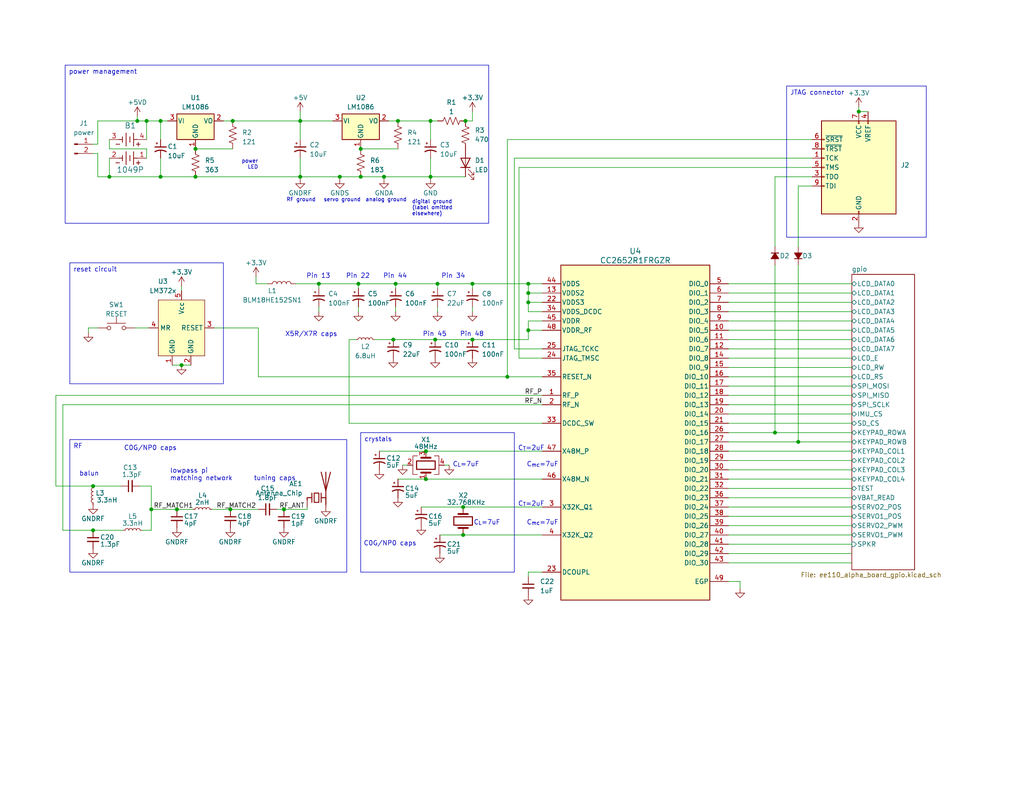
<source format=kicad_sch>
(kicad_sch (version 20231120) (generator "eeschema") (generator_version "8.0")
  (paper "A")
  (title_block (title "EE 110 Alpha Board") (date "2024-02-05") (rev "0.1") (company "Adam Krivka"))
  (lib_symbols
    (symbol "CC26X2R:CC2652R1FRGZR" (pin_names (offset 0.254))
      (property "Reference" "U7" (at 0 49.53 0))
      (property "Value" "CC2652R1FRGZR" (at 0 46.99 0))
      (symbol "CC2652R1FRGZR_0_1"
        (pin bidirectional line (at -25.4 10.16 0) (length 5.08) (name "RF_P") (number "1"))
        (pin bidirectional line (at 25.4 27.94 180) (length 5.08) (name "DIO_5") (number "10"))
        (pin bidirectional line (at 25.4 25.4 180) (length 5.08) (name "DIO_6") (number "11"))
        (pin bidirectional line (at 25.4 22.86 180) (length 5.08) (name "DIO_7") (number "12"))
        (pin power_in line (at -25.4 38.1 0) (length 5.08) (name "VDDS2") (number "13"))
        (pin bidirectional line (at 25.4 20.32 180) (length 5.08) (name "DIO_8") (number "14"))
        (pin bidirectional line (at 25.4 17.78 180) (length 5.08) (name "DIO_9") (number "15"))
        (pin bidirectional line (at 25.4 15.24 180) (length 5.08) (name "DIO_10") (number "16"))
        (pin bidirectional line (at 25.4 12.7 180) (length 5.08) (name "DIO_11") (number "17"))
        (pin bidirectional line (at 25.4 10.16 180) (length 5.08) (name "DIO_12") (number "18"))
        (pin bidirectional line (at 25.4 7.62 180) (length 5.08) (name "DIO_13") (number "19"))
        (pin bidirectional line (at -25.4 7.62 0) (length 5.08) (name "RF_N") (number "2"))
        (pin bidirectional line (at 25.4 5.08 180) (length 5.08) (name "DIO_14") (number "20"))
        (pin bidirectional line (at 25.4 2.54 180) (length 5.08) (name "DIO_15") (number "21"))
        (pin power_in line (at -25.4 35.56 0) (length 5.08) (name "VDDS3") (number "22"))
        (pin unspecified line (at -25.4 -38.1 0) (length 5.08) (name "DCOUPL") (number "23"))
        (pin bidirectional line (at -25.4 20.32 0) (length 5.08) (name "JTAG_TMSC") (number "24"))
        (pin bidirectional line (at -25.4 22.86 0) (length 5.08) (name "JTAG_TCKC") (number "25"))
        (pin bidirectional line (at 25.4 0 180) (length 5.08) (name "DIO_16") (number "26"))
        (pin bidirectional line (at 25.4 -2.54 180) (length 5.08) (name "DIO_17") (number "27"))
        (pin bidirectional line (at 25.4 -5.08 180) (length 5.08) (name "DIO_18") (number "28"))
        (pin bidirectional line (at 25.4 -7.62 180) (length 5.08) (name "DIO_19") (number "29"))
        (pin bidirectional line (at -25.4 -20.32 0) (length 5.08) (name "X32K_Q1") (number "3"))
        (pin bidirectional line (at 25.4 -10.16 180) (length 5.08) (name "DIO_20") (number "30"))
        (pin bidirectional line (at 25.4 -12.7 180) (length 5.08) (name "DIO_21") (number "31"))
        (pin bidirectional line (at 25.4 -15.24 180) (length 5.08) (name "DIO_22") (number "32"))
        (pin power_in line (at -25.4 2.54 0) (length 5.08) (name "DCDC_SW") (number "33"))
        (pin power_in line (at -25.4 33.02 0) (length 5.08) (name "VDDS_DCDC") (number "34"))
        (pin input line (at -25.4 15.24 0) (length 5.08) (name "RESET_N") (number "35"))
        (pin bidirectional line (at 25.4 -17.78 180) (length 5.08) (name "DIO_23") (number "36"))
        (pin bidirectional line (at 25.4 -20.32 180) (length 5.08) (name "DIO_24") (number "37"))
        (pin bidirectional line (at 25.4 -22.86 180) (length 5.08) (name "DIO_25") (number "38"))
        (pin bidirectional line (at 25.4 -25.4 180) (length 5.08) (name "DIO_26") (number "39"))
        (pin bidirectional line (at -25.4 -27.94 0) (length 5.08) (name "X32K_Q2") (number "4"))
        (pin bidirectional line (at 25.4 -27.94 180) (length 5.08) (name "DIO_27") (number "40"))
        (pin bidirectional line (at 25.4 -30.48 180) (length 5.08) (name "DIO_28") (number "41"))
        (pin bidirectional line (at 25.4 -33.02 180) (length 5.08) (name "DIO_29") (number "42"))
        (pin bidirectional line (at 25.4 -35.56 180) (length 5.08) (name "DIO_30") (number "43"))
        (pin power_in line (at -25.4 40.64 0) (length 5.08) (name "VDDS") (number "44"))
        (pin power_in line (at -25.4 30.48 0) (length 5.08) (name "VDDR") (number "45"))
        (pin bidirectional line (at -25.4 -12.7 0) (length 5.08) (name "X48M_N") (number "46"))
        (pin bidirectional line (at -25.4 -5.08 0) (length 5.08) (name "X48M_P") (number "47"))
        (pin power_in line (at -25.4 27.94 0) (length 5.08) (name "VDDR_RF") (number "48"))
        (pin power_in line (at 25.4 -40.64 180) (length 5.08) (name "EGP") (number "49"))
        (pin bidirectional line (at 25.4 40.64 180) (length 5.08) (name "DIO_0") (number "5"))
        (pin bidirectional line (at 25.4 38.1 180) (length 5.08) (name "DIO_1") (number "6"))
        (pin bidirectional line (at 25.4 35.56 180) (length 5.08) (name "DIO_2") (number "7"))
        (pin bidirectional line (at 25.4 33.02 180) (length 5.08) (name "DIO_3") (number "8"))
        (pin bidirectional line (at 25.4 30.48 180) (length 5.08) (name "DIO_4") (number "9"))
      )
    )
    (symbol "Connector:AVR-JTAG-10" (pin_names (offset 1.016))
      (property "Reference" "J" (at -8.89 13.97 0))
      (property "Value" "AVR-JTAG-10" (at 1.27 13.97 0))
      (symbol "AVR-JTAG-10_1_1"
        (pin passive line (at 12.7 2.54 180) (length 2.54) (name "TCK") (number "1"))
        (pin passive line (at 0 -15.24 90) (length 2.54) hide (name "GND") (number "10"))
        (pin passive line (at 0 -15.24 90) (length 2.54) (name "GND") (number "2"))
        (pin passive line (at 12.7 -2.54 180) (length 2.54) (name "TDO") (number "3"))
        (pin passive line (at -2.54 15.24 270) (length 2.54) (name "VREF") (number "4"))
        (pin passive line (at 12.7 0 180) (length 2.54) (name "TMS") (number "5"))
        (pin passive line (at 12.7 7.62 180) (length 2.54) (name "~{SRST}") (number "6"))
        (pin passive line (at 0 15.24 270) (length 2.54) (name "VCC") (number "7"))
        (pin passive line (at 12.7 5.08 180) (length 2.54) (name "~{TRST}") (number "8"))
        (pin passive line (at 12.7 -5.08 180) (length 2.54) (name "TDI") (number "9"))
      )
    )
    (symbol "Connector:Conn_01x02_Pin" (pin_names (offset 1.016) hide)
      (property "Reference" "J" (at 0 2.54 0))
      (property "Value" "Conn_01x02_Pin" (at 0 -5.08 0))
      (symbol "Conn_01x02_Pin_1_1"
        (pin passive line (at 5.08 0 180) (length 3.81) (name "Pin_1") (number "1"))
        (pin passive line (at 5.08 -2.54 180) (length 3.81) (name "Pin_2") (number "2"))
      )
    )
    (symbol "Device:Antenna_Chip" (pin_numbers hide) (pin_names (offset 1.016) hide)
      (property "Reference" "AE" (at 0 5.08 0))
      (property "Value" "Antenna_Chip" (at 0 3.175 0))
      (symbol "Antenna_Chip_1_1"
        (pin input line (at -2.54 -2.54 90) (length 2.54) (name "FEED") (number "1"))
        (pin passive line (at 2.54 -2.54 90) (length 2.54) (name "PCB_Trace") (number "2"))
      )
    )
    (symbol "Device:C_Polarized_Small_US" (pin_numbers hide) (pin_names (offset 0.254) hide)
      (property "Reference" "C" (at 0.254 1.778 0))
      (property "Value" "C_Polarized_Small_US" (at 0.254 -2.032 0))
      (symbol "C_Polarized_Small_US_1_1"
        (pin passive line (at 0 2.54 270) (length 2.032) (name "~") (number "1"))
        (pin passive line (at 0 -2.54 90) (length 2.032) (name "~") (number "2"))
      )
    )
    (symbol "Device:C_Small" (pin_numbers hide) (pin_names (offset 0.254) hide)
      (property "Reference" "C" (at 0.254 1.778 0))
      (property "Value" "C_Small" (at 0.254 -2.032 0))
      (symbol "C_Small_1_1"
        (pin passive line (at 0 2.54 270) (length 2.032) (name "~") (number "1"))
        (pin passive line (at 0 -2.54 90) (length 2.032) (name "~") (number "2"))
      )
    )
    (symbol "Device:Crystal" (pin_numbers hide) (pin_names (offset 1.016) hide)
      (property "Reference" "Y" (at 0 3.81 0))
      (property "Value" "Crystal" (at 0 -3.81 0))
      (symbol "Crystal_1_1"
        (pin passive line (at -3.81 0 0) (length 1.27) (name "1") (number "1"))
        (pin passive line (at 3.81 0 180) (length 1.27) (name "2") (number "2"))
      )
    )
    (symbol "Device:Crystal_GND24" (pin_names (offset 1.016) hide)
      (property "Reference" "Y" (at 3.175 5.08 0))
      (property "Value" "Crystal_GND24" (at 3.175 3.175 0))
      (symbol "Crystal_GND24_1_1"
        (pin passive line (at -3.81 0 0) (length 1.27) (name "1") (number "1"))
        (pin passive line (at 0 5.08 270) (length 1.27) (name "2") (number "2"))
        (pin passive line (at 3.81 0 180) (length 1.27) (name "3") (number "3"))
        (pin passive line (at 0 -5.08 90) (length 1.27) (name "4") (number "4"))
      )
    )
    (symbol "Device:D_Small_Filled" (pin_numbers hide) (pin_names (offset 0.254) hide)
      (property "Reference" "D" (at -1.27 2.032 0))
      (property "Value" "D_Small_Filled" (at -3.81 -2.032 0))
      (symbol "D_Small_Filled_1_1"
        (pin passive line (at -2.54 0 0) (length 1.778) (name "K") (number "1"))
        (pin passive line (at 2.54 0 180) (length 1.778) (name "A") (number "2"))
      )
    )
    (symbol "Device:L" (pin_numbers hide) (pin_names (offset 1.016) hide)
      (property "Reference" "L" (at -1.27 0 90))
      (property "Value" "L" (at 1.905 0 90))
      (symbol "L_1_1"
        (pin passive line (at 0 3.81 270) (length 1.27) (name "1") (number "1"))
        (pin passive line (at 0 -3.81 90) (length 1.27) (name "2") (number "2"))
      )
    )
    (symbol "Device:LED" (pin_numbers hide) (pin_names (offset 1.016) hide)
      (property "Reference" "D" (at 0 2.54 0))
      (property "Value" "LED" (at 0 -2.54 0))
      (symbol "LED_1_1"
        (pin passive line (at -3.81 0 0) (length 2.54) (name "K") (number "1"))
        (pin passive line (at 3.81 0 180) (length 2.54) (name "A") (number "2"))
      )
    )
    (symbol "Device:L_Small" (pin_numbers hide) (pin_names (offset 0.254) hide)
      (property "Reference" "L" (at 0.762 1.016 0))
      (property "Value" "L_Small" (at 0.762 -1.016 0))
      (symbol "L_Small_1_1"
        (pin passive line (at 0 2.54 270) (length 0.508) (name "~") (number "1"))
        (pin passive line (at 0 -2.54 90) (length 0.508) (name "~") (number "2"))
      )
    )
    (symbol "Device:R_US" (pin_numbers hide) (pin_names (offset 0))
      (property "Reference" "R" (at 2.54 0 90))
      (property "Value" "R_US" (at -2.54 0 90))
      (symbol "R_US_1_1"
        (pin passive line (at 0 3.81 270) (length 1.27) (name "~") (number "1"))
        (pin passive line (at 0 -3.81 90) (length 1.27) (name "~") (number "2"))
      )
    )
    (symbol "EE110_Battery:1049P" (pin_names (offset 0.254))
      (property "Reference" "B1" (at 4.445 -8.89 0))
      (property "Value" "1049P" (at 4.445 3.175 0))
      (symbol "1049P_1_1"
        (pin unspecified line (at 0 0 0) (length 2.54) (name "") (number "1"))
        (pin unspecified line (at 10.16 0 180) (length 2.54) (name "") (number "2"))
        (pin unspecified line (at 10.16 -5.08 180) (length 2.54) (name "") (number "3"))
        (pin unspecified line (at 0 -5.08 0) (length 2.54) (name "") (number "4"))
      )
    )
    (symbol "My_Library:LM372x"
      (property "Reference" "U2" (at -5.08 12.7 0))
      (property "Value" "LM372x" (at -5.08 10.16 0))
      (symbol "LM372x_1_1"
        (pin input line (at -2.54 -10.16 90) (length 2.54) (name "GND") (number "1"))
        (pin input line (at 2.54 -10.16 90) (length 2.54) (name "GND") (number "2"))
        (pin input line (at 8.89 0 180) (length 2.54) (name "RESET") (number "3"))
        (pin input line (at -8.89 0 0) (length 2.54) (name "MR") (number "4"))
        (pin input line (at 0 10.16 270) (length 2.54) (name "Vcc") (number "5"))
      )
    )
    (symbol "Regulator_Linear:LM1085-5.0" (pin_names (offset 0.254))
      (property "Reference" "U" (at -3.81 3.175 0))
      (property "Value" "LM1085-5.0" (at 0 3.175 0))
      (symbol "LM1085-5.0_1_1"
        (pin power_in line (at 0 -7.62 90) (length 2.54) (name "GND") (number "1"))
        (pin power_out line (at 7.62 0 180) (length 2.54) (name "VO") (number "2"))
        (pin power_in line (at -7.62 0 0) (length 2.54) (name "VI") (number "3"))
      )
    )
    (symbol "Switch:SW_Push" (pin_numbers hide) (pin_names (offset 1.016) hide)
      (property "Reference" "SW" (at 1.27 2.54 0))
      (property "Value" "SW_Push" (at 0 -1.524 0))
      (symbol "SW_Push_0_1"
        (pin passive line (at -5.08 0 0) (length 2.54) (name "1") (number "1"))
        (pin passive line (at 5.08 0 180) (length 2.54) (name "2") (number "2"))
      )
    )
    (symbol "power:+3.3V" (power) (pin_names (offset 0))
      (property "Value" "+3.3V" (at 0 3.556 0))
      (symbol "+3.3V_1_1"
        (pin power_in line (at 0 0 90) (length 0) hide (name "+3.3V") (number "1"))
      )
    )
    (symbol "power:+5V" (power) (pin_names (offset 0))
      (property "Value" "+5V" (at 0 3.556 0))
      (symbol "+5V_1_1"
        (pin power_in line (at 0 0 90) (length 0) hide (name "+5V") (number "1"))
      )
    )
    (symbol "power:+5VD" (power) (pin_names (offset 0))
      (property "Value" "+5VD" (at 0 3.556 0))
      (symbol "+5VD_1_1"
        (pin power_in line (at 0 0 90) (length 0) hide (name "+5VD") (number "1"))
      )
    )
    (symbol "power:GND" (power) (pin_names (offset 0))
      (property "Value" "GND" (at 0 -3.81 0))
      (symbol "GND_1_1"
        (pin power_in line (at 0 0 270) (length 0) hide (name "GND") (number "1"))
      )
    )
    (symbol "power:GND1" (power) (pin_names (offset 0))
      (property "Value" "GNDR" (at 0 -3.81 0))
      (symbol "GND1_1_1"
        (pin power_in line (at 0 0 270) (length 0) hide (name "GND1") (number "1"))
      )
    )
    (symbol "power:GNDA" (power) (pin_names (offset 0))
      (property "Value" "GNDA" (at 0 -3.81 0))
      (symbol "GNDA_1_1"
        (pin power_in line (at 0 0 270) (length 0) hide (name "GNDA") (number "1"))
      )
    )
    (symbol "power:GNDS" (power) (pin_names (offset 0))
      (property "Value" "GNDS" (at 0 -3.81 0))
      (symbol "GNDS_1_1"
        (pin power_in line (at 0 0 270) (length 0) hide (name "GNDS") (number "1"))
      )
    )
  )
  (junction (at 116.205 123.19))
  (junction (at 37.465 33.02))
  (junction (at 126.365 138.43))
  (junction (at 53.34 48.26))
  (junction (at 144.145 90.17))
  (junction (at 117.475 48.26))
  (junction (at 128.905 77.47))
  (junction (at 217.805 120.65))
  (junction (at 108.585 33.02))
  (junction (at 119.38 77.47))
  (junction (at 40.005 33.02))
  (junction (at 234.315 30.48))
  (junction (at 97.79 77.47))
  (junction (at 62.865 139.065))
  (junction (at 117.475 33.02))
  (junction (at 126.365 146.05))
  (junction (at 77.47 139.065))
  (junction (at 53.34 40.64))
  (junction (at 138.43 102.87))
  (junction (at 127 33.02))
  (junction (at 128.905 92.71))
  (junction (at 144.145 77.47))
  (junction (at 211.455 118.11))
  (junction (at 63.5 33.02))
  (junction (at 107.315 92.71))
  (junction (at 144.145 82.55))
  (junction (at 144.145 80.01))
  (junction (at 92.71 48.26))
  (junction (at 98.425 40.64))
  (junction (at 25.4 132.715))
  (junction (at 104.775 48.26))
  (junction (at 107.95 77.47))
  (junction (at 98.425 48.26))
  (junction (at 81.915 48.26))
  (junction (at 43.815 48.26))
  (junction (at 41.275 139.065))
  (junction (at 29.845 48.26))
  (junction (at 86.995 77.47))
  (junction (at 25.4 144.78))
  (junction (at 81.915 33.02))
  (junction (at 49.53 99.695))
  (junction (at 43.815 33.02))
  (junction (at 116.205 130.81))
  (junction (at 48.26 139.065))
  (junction (at 118.745 92.71))
  (wire (pts (xy 81.915 30.48) (xy 81.915 33.02)))
  (wire (pts (xy 26.67 41.91) (xy 26.67 48.26)))
  (wire (pts (xy 126.365 146.05) (xy 147.955 146.05)))
  (wire (pts (xy 25.4 144.78) (xy 33.655 144.78)))
  (wire (pts (xy 60.96 33.02) (xy 63.5 33.02)))
  (wire (pts (xy 106.045 33.02) (xy 108.585 33.02)))
  (wire (pts (xy 198.755 143.51) (xy 232.41 143.51)))
  (wire (pts (xy 107.95 77.47) (xy 107.95 78.74)))
  (wire (pts (xy 144.145 85.09) (xy 147.955 85.09)))
  (wire (pts (xy 198.755 115.57) (xy 232.41 115.57)))
  (wire (pts (xy 17.145 110.49) (xy 147.955 110.49)))
  (wire (pts (xy 144.145 82.55) (xy 147.955 82.55)))
  (wire (pts (xy 120.015 146.05) (xy 126.365 146.05)))
  (wire (pts (xy 102.235 92.71) (xy 107.315 92.71)))
  (wire (pts (xy 198.755 102.87) (xy 232.41 102.87)))
  (wire (pts (xy 198.755 95.25) (xy 232.41 95.25)))
  (wire (pts (xy 117.475 33.02) (xy 119.38 33.02)))
  (wire (pts (xy 198.755 135.89) (xy 232.41 135.89)))
  (wire (pts (xy 29.845 40.64) (xy 40.005 40.64)))
  (wire (pts (xy 86.995 83.82) (xy 86.995 85.09)))
  (wire (pts (xy 128.905 77.47) (xy 144.145 77.47)))
  (wire (pts (xy 144.145 77.47) (xy 147.955 77.47)))
  (wire (pts (xy 141.605 45.72) (xy 141.605 97.79)))
  (wire (pts (xy 198.755 133.35) (xy 232.41 133.35)))
  (wire (pts (xy 107.95 77.47) (xy 119.38 77.47)))
  (wire (pts (xy 97.79 77.47) (xy 97.79 78.74)))
  (wire (pts (xy 95.25 115.57) (xy 147.955 115.57)))
  (wire (pts (xy 40.005 33.02) (xy 40.005 38.1)))
  (wire (pts (xy 198.755 113.03) (xy 232.41 113.03)))
  (wire (pts (xy 119.38 77.47) (xy 119.38 78.74)))
  (wire (pts (xy 25.4 41.91) (xy 26.67 41.91)))
  (wire (pts (xy 103.505 123.19) (xy 116.205 123.19)))
  (wire (pts (xy 81.915 48.26) (xy 81.915 43.18)))
  (wire (pts (xy 118.745 92.71) (xy 128.905 92.71)))
  (wire (pts (xy 15.24 132.715) (xy 25.4 132.715)))
  (wire (pts (xy 86.995 77.47) (xy 86.995 78.74)))
  (wire (pts (xy 140.335 95.25) (xy 140.335 43.18)))
  (wire (pts (xy 41.275 139.065) (xy 48.26 139.065)))
  (wire (pts (xy 138.43 102.87) (xy 70.485 102.87)))
  (wire (pts (xy 41.275 139.065) (xy 41.275 132.715)))
  (wire (pts (xy 97.79 83.82) (xy 97.79 85.09)))
  (wire (pts (xy 234.315 30.48) (xy 236.855 30.48)))
  (wire (pts (xy 77.47 139.065) (xy 83.82 139.065)))
  (wire (pts (xy 119.38 77.47) (xy 128.905 77.47)))
  (wire (pts (xy 221.615 50.8) (xy 217.805 50.8)))
  (wire (pts (xy 70.485 89.535) (xy 58.42 89.535)))
  (wire (pts (xy 53.34 40.64) (xy 63.5 40.64)))
  (wire (pts (xy 121.285 127) (xy 122.555 127)))
  (wire (pts (xy 63.5 33.02) (xy 81.915 33.02)))
  (wire (pts (xy 25.4 132.715) (xy 33.02 132.715)))
  (wire (pts (xy 198.755 140.97) (xy 232.41 140.97)))
  (wire (pts (xy 62.865 139.065) (xy 70.485 139.065)))
  (wire (pts (xy 57.785 139.065) (xy 62.865 139.065)))
  (wire (pts (xy 26.67 89.535) (xy 24.13 89.535)))
  (wire (pts (xy 70.485 102.87) (xy 70.485 89.535)))
  (wire (pts (xy 198.755 92.71) (xy 232.41 92.71)))
  (wire (pts (xy 15.24 107.95) (xy 147.955 107.95)))
  (wire (pts (xy 221.615 38.1) (xy 138.43 38.1)))
  (wire (pts (xy 75.565 139.065) (xy 77.47 139.065)))
  (wire (pts (xy 37.465 33.02) (xy 40.005 33.02)))
  (wire (pts (xy 43.815 33.02) (xy 45.72 33.02)))
  (wire (pts (xy 43.815 43.18) (xy 43.815 48.26)))
  (wire (pts (xy 24.13 89.535) (xy 24.13 90.805)))
  (wire (pts (xy 198.755 82.55) (xy 232.41 82.55)))
  (wire (pts (xy 46.99 99.695) (xy 49.53 99.695)))
  (wire (pts (xy 217.805 120.65) (xy 217.805 72.39)))
  (wire (pts (xy 128.905 83.82) (xy 128.905 85.09)))
  (wire (pts (xy 198.755 105.41) (xy 232.41 105.41)))
  (wire (pts (xy 198.755 128.27) (xy 232.41 128.27)))
  (wire (pts (xy 198.755 138.43) (xy 232.41 138.43)))
  (wire (pts (xy 198.755 77.47) (xy 232.41 77.47)))
  (wire (pts (xy 217.805 120.65) (xy 232.41 120.65)))
  (wire (pts (xy 201.93 158.75) (xy 201.93 160.655)))
  (wire (pts (xy 144.145 156.21) (xy 144.145 157.48)))
  (wire (pts (xy 144.145 90.17) (xy 144.145 92.71)))
  (wire (pts (xy 144.145 80.01) (xy 144.145 77.47)))
  (wire (pts (xy 144.145 87.63) (xy 144.145 90.17)))
  (wire (pts (xy 80.645 77.47) (xy 86.995 77.47)))
  (wire (pts (xy 43.815 48.26) (xy 53.34 48.26)))
  (wire (pts (xy 86.995 77.47) (xy 97.79 77.47)))
  (wire (pts (xy 128.905 92.71) (xy 144.145 92.71)))
  (wire (pts (xy 119.38 83.82) (xy 119.38 85.09)))
  (wire (pts (xy 198.755 123.19) (xy 232.41 123.19)))
  (wire (pts (xy 81.915 48.26) (xy 81.915 48.895)))
  (wire (pts (xy 81.915 33.02) (xy 90.805 33.02)))
  (wire (pts (xy 26.67 48.26) (xy 29.845 48.26)))
  (wire (pts (xy 147.955 90.17) (xy 144.145 90.17)))
  (wire (pts (xy 26.67 39.37) (xy 26.67 33.02)))
  (wire (pts (xy 97.79 77.47) (xy 107.95 77.47)))
  (wire (pts (xy 107.315 92.71) (xy 118.745 92.71)))
  (wire (pts (xy 81.915 48.26) (xy 92.71 48.26)))
  (wire (pts (xy 95.25 92.71) (xy 95.25 115.57)))
  (wire (pts (xy 198.755 153.67) (xy 232.41 153.67)))
  (wire (pts (xy 211.455 118.11) (xy 232.41 118.11)))
  (wire (pts (xy 198.755 90.17) (xy 232.41 90.17)))
  (wire (pts (xy 117.475 38.1) (xy 117.475 33.02)))
  (wire (pts (xy 38.735 144.78) (xy 41.275 144.78)))
  (wire (pts (xy 144.145 80.01) (xy 147.955 80.01)))
  (wire (pts (xy 116.205 123.19) (xy 147.955 123.19)))
  (wire (pts (xy 198.755 80.01) (xy 232.41 80.01)))
  (wire (pts (xy 29.845 48.26) (xy 43.815 48.26)))
  (wire (pts (xy 198.755 85.09) (xy 232.41 85.09)))
  (wire (pts (xy 17.145 110.49) (xy 17.145 144.78)))
  (wire (pts (xy 41.275 144.78) (xy 41.275 139.065)))
  (wire (pts (xy 128.905 30.48) (xy 128.905 33.02)))
  (wire (pts (xy 211.455 118.11) (xy 211.455 72.39)))
  (wire (pts (xy 49.53 78.105) (xy 49.53 79.375)))
  (wire (pts (xy 98.425 48.26) (xy 104.775 48.26)))
  (wire (pts (xy 198.755 110.49) (xy 232.41 110.49)))
  (wire (pts (xy 104.775 48.26) (xy 104.775 48.895)))
  (wire (pts (xy 198.755 118.11) (xy 211.455 118.11)))
  (wire (pts (xy 127 33.02) (xy 128.905 33.02)))
  (wire (pts (xy 43.815 33.02) (xy 43.815 38.1)))
  (wire (pts (xy 117.475 48.26) (xy 117.475 43.18)))
  (wire (pts (xy 138.43 102.87) (xy 147.955 102.87)))
  (wire (pts (xy 128.905 77.47) (xy 128.905 78.74)))
  (wire (pts (xy 81.915 38.1) (xy 81.915 33.02)))
  (wire (pts (xy 92.71 48.26) (xy 92.71 48.895)))
  (wire (pts (xy 211.455 48.26) (xy 211.455 67.31)))
  (wire (pts (xy 198.755 87.63) (xy 232.41 87.63)))
  (wire (pts (xy 17.145 144.78) (xy 25.4 144.78)))
  (wire (pts (xy 147.955 156.21) (xy 144.145 156.21)))
  (wire (pts (xy 48.26 139.065) (xy 52.705 139.065)))
  (wire (pts (xy 198.755 125.73) (xy 232.41 125.73)))
  (wire (pts (xy 217.805 50.8) (xy 217.805 67.31)))
  (wire (pts (xy 117.475 48.26) (xy 127 48.26)))
  (wire (pts (xy 221.615 45.72) (xy 141.605 45.72)))
  (wire (pts (xy 25.4 39.37) (xy 26.67 39.37)))
  (wire (pts (xy 49.53 99.695) (xy 52.07 99.695)))
  (wire (pts (xy 26.67 33.02) (xy 37.465 33.02)))
  (wire (pts (xy 138.43 38.1) (xy 138.43 102.87)))
  (wire (pts (xy 126.365 138.43) (xy 147.955 138.43)))
  (wire (pts (xy 117.475 48.895) (xy 117.475 48.26)))
  (wire (pts (xy 36.83 89.535) (xy 40.64 89.535)))
  (wire (pts (xy 117.475 33.02) (xy 108.585 33.02)))
  (wire (pts (xy 221.615 48.26) (xy 211.455 48.26)))
  (wire (pts (xy 140.335 43.18) (xy 221.615 43.18)))
  (wire (pts (xy 98.425 40.64) (xy 108.585 40.64)))
  (wire (pts (xy 109.855 127) (xy 111.125 127)))
  (wire (pts (xy 15.24 107.95) (xy 15.24 132.715)))
  (wire (pts (xy 141.605 97.79) (xy 147.955 97.79)))
  (wire (pts (xy 144.145 82.55) (xy 144.145 80.01)))
  (wire (pts (xy 144.145 85.09) (xy 144.145 82.55)))
  (wire (pts (xy 234.315 29.21) (xy 234.315 30.48)))
  (wire (pts (xy 29.845 38.1) (xy 29.845 40.64)))
  (wire (pts (xy 198.755 97.79) (xy 232.41 97.79)))
  (wire (pts (xy 198.755 151.13) (xy 232.41 151.13)))
  (wire (pts (xy 40.005 33.02) (xy 43.815 33.02)))
  (wire (pts (xy 69.85 75.565) (xy 69.85 77.47)))
  (wire (pts (xy 198.755 130.81) (xy 232.41 130.81)))
  (wire (pts (xy 40.005 40.64) (xy 40.005 43.18)))
  (wire (pts (xy 37.465 31.75) (xy 37.465 33.02)))
  (wire (pts (xy 116.205 130.81) (xy 147.955 130.81)))
  (wire (pts (xy 53.34 48.26) (xy 81.915 48.26)))
  (wire (pts (xy 41.275 132.715) (xy 38.1 132.715)))
  (wire (pts (xy 107.95 83.82) (xy 107.95 85.09)))
  (wire (pts (xy 198.755 100.33) (xy 232.41 100.33)))
  (wire (pts (xy 147.955 95.25) (xy 140.335 95.25)))
  (wire (pts (xy 201.93 158.75) (xy 198.755 158.75)))
  (wire (pts (xy 69.85 77.47) (xy 73.025 77.47)))
  (wire (pts (xy 114.935 138.43) (xy 126.365 138.43)))
  (wire (pts (xy 95.25 92.71) (xy 97.155 92.71)))
  (wire (pts (xy 92.71 48.26) (xy 98.425 48.26)))
  (wire (pts (xy 144.145 87.63) (xy 147.955 87.63)))
  (wire (pts (xy 198.755 148.59) (xy 232.41 148.59)))
  (wire (pts (xy 29.845 43.18) (xy 29.845 48.26)))
  (wire (pts (xy 83.82 139.065) (xy 83.82 138.43)))
  (wire (pts (xy 198.755 146.05) (xy 232.41 146.05)))
  (wire (pts (xy 198.755 120.65) (xy 217.805 120.65)))
  (wire (pts (xy 108.585 130.81) (xy 116.205 130.81)))
  (wire (pts (xy 104.775 48.26) (xy 117.475 48.26)))
  (wire (pts (xy 198.755 107.95) (xy 232.41 107.95)))
  (text_box "reset circuit\n" (at 19.05 71.755 0) (size 41.91 33.02) (effects (font (size 1.27 1.27)) (justify left top)))
  (text_box "power management" (at 17.78 17.78 0) (size 115.57 43.18) (effects (font (size 1.27 1.27)) (justify left top)))
  (text_box "JTAG connector\n" (at 214.63 23.495 0) (size 38.1 41.275) (effects (font (size 1.27 1.27)) (justify left top)))
  (text_box "RF" (at 19.05 120.015 0) (size 75.565 36.195) (effects (font (size 1.27 1.27)) (justify left top)))
  (text_box "crystals" (at 98.425 118.11 0) (size 41.91 38.1) (effects (font (size 1.27 1.27)) (justify left top)))
  (text "Pin 22\n" (at 100.965 76.2 0) (effects (font (size 1.27 1.27)) (justify right bottom)))
  (text "power\nLED" (at 70.485 46.355 0) (effects (font (size 1.016 1.016)) (justify right bottom)))
  (text "C_{mc}=7uF" (at 152.4 127.635 0) (effects (font (size 1.27 1.27)) (justify right bottom)))
  (text "tuning caps" (at 69.215 131.445 0) (effects (font (size 1.27 1.27)) (justify left bottom)))
  (text "Pin 44\n" (at 111.125 76.2 0) (effects (font (size 1.27 1.27)) (justify right bottom)))
  (text "lowpass pi \nmatching network" (at 46.355 131.445 0) (effects (font (size 1.27 1.27)) (justify left bottom)))
  (text "C0G/NP0 caps" (at 48.26 123.19 0) (effects (font (size 1.27 1.27)) (justify right bottom)))
  (text "X5R/X7R caps" (at 92.075 92.075 0) (effects (font (size 1.27 1.27)) (justify right bottom)))
  (text "C0G/NP0 caps" (at 113.665 149.225 0) (effects (font (size 1.27 1.27)) (justify right bottom)))
  (text "C_{T}=2uF" (at 148.59 123.19 0) (effects (font (size 1.27 1.27)) (justify right bottom)))
  (text "RF ground\n" (at 78.105 55.245 0) (effects (font (size 1.016 1.016)) (justify left bottom)))
  (text "Pin 48\n" (at 132.08 92.075 0) (effects (font (size 1.27 1.27)) (justify right bottom)))
  (text "C_{mc}=7uF" (at 152.4 143.51 0) (effects (font (size 1.27 1.27)) (justify right bottom)))
  (text "Pin 45\n" (at 121.92 92.075 0) (effects (font (size 1.27 1.27)) (justify right bottom)))
  (text "C_{L}=7uF" (at 130.81 127.635 0) (effects (font (size 1.27 1.27)) (justify right bottom)))
  (text "Pin 34" (at 127 76.2 0) (effects (font (size 1.27 1.27)) (justify right bottom)))
  (text "servo ground\n" (at 88.265 55.245 0) (effects (font (size 1.016 1.016)) (justify left bottom)))
  (text "analog ground\n" (at 99.695 55.245 0) (effects (font (size 1.016 1.016)) (justify left bottom)))
  (text "C_{L}=7uF" (at 136.525 143.51 0) (effects (font (size 1.27 1.27)) (justify right bottom)))
  (text "digital ground\n(label omitted\nelsewhere)" (at 112.395 59.055 0) (effects (font (size 1.016 1.016)) (justify left bottom)))
  (text "C_{T}=2uF" (at 148.59 138.43 0) (effects (font (size 1.27 1.27)) (justify right bottom)))
  (text "Pin 13\n" (at 90.17 76.2 0) (effects (font (size 1.27 1.27)) (justify right bottom)))
  (text "balun" (at 21.59 130.175 0) (effects (font (size 1.27 1.27)) (justify left bottom)))
  (label "RF_N" (at 147.955 110.49 180))
  (label "RF_MATCH1" (at 41.91 139.065 0))
  (label "RF_P" (at 147.955 107.95 180))
  (label "RF_MATCH2" (at 59.055 139.065 0))
  (label "RF_ANT" (at 76.2 139.065 0))
  (symbol (lib_id "power:GND") (at 103.505 128.27 0) (unit 1)
    (property "Reference" "#PWR024" (effects (hide yes)))
    (property "Value" "GND" (effects (hide yes)))
  )
  (symbol (lib_id "Device:C_Polarized_Small_US") (at 128.905 81.28 0) (unit 1)
    (property "Reference" "C8" (at 131.445 80.2132 0) (effects (justify left)))
    (property "Value" "100nF" (at 131.445 82.7532 0) (effects (justify left)))
    (property "Footprint" "Capacitor_Tantalum_SMD:CP_EIA-1608-08_AVX-J" (effects (hide yes)))
  )
  (symbol (lib_id "power:GND1") (at 62.865 144.145 0) (unit 1)
    (property "Reference" "#PWR029" (effects (hide yes)))
    (property "Value" "GNDRF" (at 62.865 147.955 0))
  )
  (symbol (lib_id "power:+5VD") (at 37.465 31.75 0) (unit 1)
    (property "Reference" "#PWR04" (effects (hide yes)))
    (property "Value" "+5VD" (at 37.465 27.94 0))
  )
  (symbol (lib_id "Device:R_US") (at 108.585 36.83 0) (unit 1)
    (property "Reference" "R4" (at 111.125 36.195 0) (effects (justify left)))
    (property "Value" "121" (at 111.125 38.735 0) (effects (justify left)))
    (property "Footprint" "Resistor_SMD:R_0603_1608Metric" (effects (hide yes)))
  )
  (symbol (lib_id "power:+5V") (at 81.915 30.48 0) (unit 1)
    (property "Reference" "#PWR02" (effects (hide yes)))
    (property "Value" "+5V" (at 81.915 26.67 0))
  )
  (symbol (lib_id "power:GND") (at 234.315 60.96 0) (unit 1)
    (property "Reference" "#PWR09" (effects (hide yes)))
    (property "Value" "GND" (effects (hide yes)))
  )
  (symbol (lib_id "power:GND1") (at 25.4 137.795 0) (unit 1)
    (property "Reference" "#PWR026" (effects (hide yes)))
    (property "Value" "GNDRF" (at 25.4 141.605 0))
  )
  (symbol (lib_id "power:GND1") (at 77.47 144.145 0) (unit 1)
    (property "Reference" "#PWR030" (effects (hide yes)))
    (property "Value" "GNDRF" (at 77.47 147.955 0))
  )
  (symbol (lib_id "Device:Antenna_Chip") (at 86.36 135.89 0) (unit 1)
    (property "Reference" "AE1" (at 82.55 132.0799 0) (effects (justify right)))
    (property "Value" "Antenna_Chip" (at 82.55 134.6199 0) (effects (justify right)))
    (property "Footprint" "My_Footprint:EE110_Antenna" (effects (hide yes)))
    (property "Description" "Ceramic chip antenna with pin for PCB trace" (effects (hide yes)))
  )
  (symbol (lib_id "power:GND") (at 118.745 97.79 0) (unit 1)
    (property "Reference" "#PWR019" (effects (hide yes)))
    (property "Value" "GND" (effects (hide yes)))
  )
  (symbol (lib_id "Device:C_Polarized_Small_US") (at 128.905 95.25 0) (unit 1)
    (property "Reference" "C11" (at 131.445 94.1832 0) (effects (justify left)))
    (property "Value" "100nF" (at 131.445 96.7232 0) (effects (justify left)))
    (property "Footprint" "Capacitor_Tantalum_SMD:CP_EIA-1608-08_AVX-J" (effects (hide yes)))
  )
  (symbol (lib_id "Switch:SW_Push") (at 31.75 89.535 0) (unit 1)
    (property "Reference" "SW1" (at 31.75 83.185 0))
    (property "Value" "RESET" (at 31.75 85.725 0))
    (property "Footprint" "Button_Switch_THT:SW_PUSH_6mm" (effects (hide yes)))
  )
  (symbol (lib_id "power:GND") (at 120.015 151.13 0) (unit 1)
    (property "Reference" "#PWR032" (effects (hide yes)))
    (property "Value" "GND" (effects (hide yes)))
  )
  (symbol (lib_id "Regulator_Linear:LM1085-5.0") (at 98.425 33.02 0) (unit 1)
    (property "Reference" "U2" (at 98.425 26.67 0))
    (property "Value" "LM1086" (at 98.425 29.21 0))
    (property "Footprint" "Package_TO_SOT_SMD:TO-263-3_TabPin2" (effects (hide yes)))
    (property "Datasheet" "https://www.digikey.com/en/products/detail/texas-instruments/LM1086CS-ADJ-NOPB/363569" (effects (hide yes)))
  )
  (symbol (lib_id "Device:C_Polarized_Small_US") (at 108.585 133.35 0) (unit 1)
    (property "Reference" "C14" (at 110.49 133.35 0) (effects (justify left)))
    (property "Value" "5uF" (at 110.49 135.255 0) (effects (justify left)))
    (property "Footprint" "Capacitor_Tantalum_SMD:CP_EIA-1608-08_AVX-J" (effects (hide yes)))
  )
  (symbol (lib_id "power:GND") (at 119.38 85.09 0) (unit 1)
    (property "Reference" "#PWR015" (effects (hide yes)))
    (property "Value" "GND" (effects (hide yes)))
  )
  (symbol (lib_id "power:+3.3V") (at 128.905 30.48 0) (unit 1)
    (property "Reference" "#PWR03" (effects (hide yes)))
    (property "Value" "+3.3V" (at 128.905 26.67 0))
  )
  (symbol (lib_id "power:GND") (at 97.79 85.09 0) (unit 1)
    (property "Reference" "#PWR013" (effects (hide yes)))
    (property "Value" "GND" (effects (hide yes)))
  )
  (symbol (lib_id "Device:C_Small") (at 25.4 147.32 0) (unit 1)
    (property "Reference" "C20" (at 27.305 146.685 0) (effects (justify left)))
    (property "Value" "1.3pF" (at 27.305 148.59 0) (effects (justify left)))
    (property "Footprint" "Capacitor_SMD:C_1206_3216Metric" (effects (hide yes)))
  )
  (symbol (lib_id "Device:R_US") (at 98.425 44.45 0) (unit 1)
    (property "Reference" "R6" (at 100.965 43.815 0) (effects (justify left)))
    (property "Value" "183" (at 100.965 46.355 0) (effects (justify left)))
    (property "Footprint" "Resistor_SMD:R_0603_1608Metric" (effects (hide yes)))
  )
  (symbol (lib_id "Device:C_Small") (at 35.56 132.715 90) (unit 1)
    (property "Reference" "C13" (at 37.465 127.635 90) (effects (justify left)))
    (property "Value" "1.3pF" (at 38.735 129.54 90) (effects (justify left)))
    (property "Footprint" "Capacitor_SMD:C_1206_3216Metric" (effects (hide yes)))
  )
  (symbol (lib_id "CC26X2R:CC2652R1FRGZR") (at 173.355 118.11 0) (unit 1)
    (property "Reference" "U4" (at 173.355 68.58 0) (effects (font (size 1.524 1.524))))
    (property "Value" "CC2652R1FRGZR" (at 173.355 71.12 0) (effects (font (size 1.524 1.524))))
    (property "Footprint" "My_Footprint:RGZ0048A_NV" (effects (hide yes)))
    (property "Datasheet" "https://www.ti.com/lit/ds/symlink/cc2652r.pdf?ts=1707852798157&ref_url=https%253A%252F%252Fwww.ti.com%252Fproduct%252FCC2652R" (effects (hide yes)))
  )
  (symbol (lib_id "power:GND") (at 107.95 85.09 0) (unit 1)
    (property "Reference" "#PWR014" (effects (hide yes)))
    (property "Value" "GND" (effects (hide yes)))
  )
  (symbol (lib_id "Device:C_Polarized_Small_US") (at 97.79 81.28 0) (unit 1)
    (property "Reference" "C5" (at 100.33 80.2132 0) (effects (justify left)))
    (property "Value" "100nF" (at 100.33 82.7532 0) (effects (justify left)))
    (property "Footprint" "Capacitor_Tantalum_SMD:CP_EIA-1608-08_AVX-J" (effects (hide yes)))
  )
  (symbol (lib_id "power:GND") (at 24.13 90.805 0) (unit 1)
    (property "Reference" "#PWR017" (effects (hide yes)))
    (property "Value" "GND" (effects (hide yes)))
  )
  (symbol (lib_id "power:GND1") (at 81.915 48.895 0) (unit 1)
    (property "Reference" "#PWR05" (effects (hide yes)))
    (property "Value" "GNDRF" (at 81.915 52.705 0))
  )
  (symbol (lib_id "Device:D_Small_Filled") (at 217.805 69.85 90) (unit 1)
    (property "Reference" "D3" (at 221.615 69.85 90) (effects (justify left)))
    (property "Value" "D_Small_Filled" (effects (hide yes)))
    (property "Footprint" "Diode_SMD:D_0603_1608Metric" (effects (hide yes)))
    (property "Sim.Device" "D" (effects (hide yes)))
    (property "Sim.Pins" "1=K 2=A" (effects (hide yes)))
  )
  (symbol (lib_id "Device:R_US") (at 53.34 44.45 0) (unit 1)
    (property "Reference" "R5" (at 55.88 43.815 0) (effects (justify left)))
    (property "Value" "363" (at 55.88 46.355 0) (effects (justify left)))
    (property "Footprint" "Resistor_SMD:R_0603_1608Metric" (effects (hide yes)))
  )
  (symbol (lib_id "Device:R_US") (at 123.19 33.02 90) (unit 1)
    (property "Reference" "R1" (at 123.19 27.94 90))
    (property "Value" "1" (at 123.19 30.48 90))
    (property "Footprint" "Resistor_SMD:R_0603_1608Metric" (effects (hide yes)))
  )
  (symbol (lib_id "Device:C_Polarized_Small_US") (at 103.505 125.73 0) (unit 1)
    (property "Reference" "C12" (at 105.41 125.095 0) (effects (justify left)))
    (property "Value" "5uF" (at 105.41 127 0) (effects (justify left)))
    (property "Footprint" "Capacitor_Tantalum_SMD:CP_EIA-1608-08_AVX-J" (effects (hide yes)))
  )
  (symbol (lib_id "My_Library:LM372x") (at 49.53 89.535 0) (unit 1)
    (property "Reference" "U3" (at 44.45 76.835 0))
    (property "Value" "LM372x" (at 44.45 79.375 0))
    (property "Footprint" "Package_TO_SOT_SMD:SOT-23-5" (effects (hide yes)))
    (property "Datasheet" "https://www.digikey.com/en/products/detail/texas-instruments/lm3724em5-4-63-nopb/565356" (effects (hide yes)))
  )
  (symbol (lib_id "Device:C_Small") (at 73.025 139.065 90) (unit 1)
    (property "Reference" "C15" (at 73.025 133.35 90))
    (property "Value" "1.8pF" (at 73.025 135.89 90))
    (property "Footprint" "Capacitor_SMD:C_1206_3216Metric" (effects (hide yes)))
  )
  (symbol (lib_id "Device:LED") (at 127 44.45 90) (unit 1)
    (property "Reference" "D1" (at 129.54 43.815 90) (effects (justify right)))
    (property "Value" "LED" (at 129.54 46.355 90) (effects (justify right)))
    (property "Footprint" "LED_THT:LED_D3.0mm" (effects (hide yes)))
  )
  (symbol (lib_id "Device:C_Polarized_Small_US") (at 117.475 40.64 0) (unit 1)
    (property "Reference" "C3" (at 120.015 39.5732 0) (effects (justify left)))
    (property "Value" "10uF" (at 120.015 42.1132 0) (effects (justify left)))
    (property "Footprint" "Capacitor_Tantalum_SMD:CP_EIA-1608-08_AVX-J" (effects (hide yes)))
  )
  (symbol (lib_id "Device:L_Small") (at 99.695 92.71 90) (unit 1)
    (property "Reference" "L2" (at 99.695 94.615 90))
    (property "Value" "6.8uH" (at 99.695 97.155 90))
    (property "Footprint" "Inductor_SMD:L_0603_1608Metric" (effects (hide yes)))
  )
  (symbol (lib_id "Device:C_Polarized_Small_US") (at 114.935 140.97 0) (unit 1)
    (property "Reference" "C16" (at 116.84 140.97 0) (effects (justify left)))
    (property "Value" "5uF" (at 116.84 142.875 0) (effects (justify left)))
    (property "Footprint" "Capacitor_Tantalum_SMD:CP_EIA-1608-08_AVX-J" (effects (hide yes)))
  )
  (symbol (lib_id "power:GND") (at 201.93 160.655 0) (unit 1)
    (property "Reference" "#PWR033" (effects (hide yes)))
    (property "Value" "GND" (effects (hide yes)))
  )
  (symbol (lib_id "power:GND") (at 86.995 85.09 0) (unit 1)
    (property "Reference" "#PWR012" (effects (hide yes)))
    (property "Value" "GND" (effects (hide yes)))
  )
  (symbol (lib_id "power:GND1") (at 48.26 144.145 0) (unit 1)
    (property "Reference" "#PWR028" (effects (hide yes)))
    (property "Value" "GNDRF" (at 48.26 147.955 0))
  )
  (symbol (lib_id "power:GND") (at 49.53 99.695 0) (unit 1)
    (property "Reference" "#PWR021" (effects (hide yes)))
    (property "Value" "GND" (effects (hide yes)))
  )
  (symbol (lib_id "power:+3.3V") (at 69.85 75.565 0) (unit 1)
    (property "Reference" "#PWR010" (effects (hide yes)))
    (property "Value" "+3.3V" (at 69.85 71.755 0))
  )
  (symbol (lib_id "Device:C_Polarized_Small_US") (at 107.95 81.28 0) (unit 1)
    (property "Reference" "C6" (at 110.49 80.2132 0) (effects (justify left)))
    (property "Value" "100nF" (at 110.49 82.7532 0) (effects (justify left)))
    (property "Footprint" "Capacitor_Tantalum_SMD:CP_EIA-1608-08_AVX-J" (effects (hide yes)))
  )
  (symbol (lib_id "Device:C_Polarized_Small_US") (at 81.915 40.64 0) (unit 1)
    (property "Reference" "C2" (at 84.455 39.5732 0) (effects (justify left)))
    (property "Value" "10uF" (at 84.455 42.1132 0) (effects (justify left)))
    (property "Footprint" "Capacitor_Tantalum_SMD:CP_EIA-1608-08_AVX-J" (effects (hide yes)))
  )
  (symbol (lib_id "power:GNDA") (at 104.775 48.895 0) (unit 1)
    (property "Reference" "#PWR07" (effects (hide yes)))
    (property "Value" "GNDA" (at 104.775 52.705 0))
  )
  (symbol (lib_id "power:+3.3V") (at 234.315 29.21 0) (unit 1)
    (property "Reference" "#PWR01" (effects (hide yes)))
    (property "Value" "+3.3V" (at 234.315 25.4 0))
  )
  (symbol (lib_id "Device:C_Polarized_Small_US") (at 86.995 81.28 0) (unit 1)
    (property "Reference" "C4" (at 89.535 80.2132 0) (effects (justify left)))
    (property "Value" "100nF" (at 89.535 82.7532 0) (effects (justify left)))
    (property "Footprint" "Capacitor_Tantalum_SMD:CP_EIA-1608-08_AVX-J" (effects (hide yes)))
  )
  (symbol (lib_id "power:GND") (at 117.475 48.895 0) (unit 1)
    (property "Reference" "#PWR08" (effects (hide yes)))
    (property "Value" "GND" (at 117.475 52.705 0))
  )
  (symbol (lib_id "Device:L_Small") (at 36.195 144.78 90) (unit 1)
    (property "Reference" "L5" (at 36.195 140.97 90))
    (property "Value" "3.3nH" (at 36.195 142.875 90))
    (property "Footprint" "Inductor_SMD:L_1206_3216Metric" (effects (hide yes)))
  )
  (symbol (lib_id "Connector:Conn_01x02_Pin") (at 20.32 39.37 0) (unit 1)
    (property "Reference" "J1" (at 22.86 33.655 0))
    (property "Value" "power" (at 22.86 36.195 0))
    (property "Footprint" "My_Footprint:My_Power_Connector" (effects (hide yes)))
  )
  (symbol (lib_id "Device:C_Small") (at 48.26 141.605 0) (unit 1)
    (property "Reference" "C17" (at 50.165 140.97 0) (effects (justify left)))
    (property "Value" "4pF" (at 50.165 142.875 0) (effects (justify left)))
    (property "Footprint" "Capacitor_SMD:C_1206_3216Metric" (effects (hide yes)))
  )
  (symbol (lib_id "Device:C_Polarized_Small_US") (at 43.815 40.64 0) (unit 1)
    (property "Reference" "C1" (at 45.72 40.005 0) (effects (justify left)))
    (property "Value" "10uF" (at 45.72 42.545 0) (effects (justify left)))
    (property "Footprint" "Capacitor_Tantalum_SMD:CP_EIA-1608-08_AVX-J" (effects (hide yes)))
  )
  (symbol (lib_id "Device:C_Polarized_Small_US") (at 107.315 95.25 0) (unit 1)
    (property "Reference" "C9" (at 109.855 94.1832 0) (effects (justify left)))
    (property "Value" "22uF" (at 109.855 96.7232 0) (effects (justify left)))
    (property "Footprint" "Capacitor_Tantalum_SMD:CP_EIA-1608-08_AVX-J" (effects (hide yes)))
  )
  (symbol (lib_id "Device:C_Polarized_Small_US") (at 119.38 81.28 0) (unit 1)
    (property "Reference" "C7" (at 121.92 80.2132 0) (effects (justify left)))
    (property "Value" "22uF" (at 121.92 82.7532 0) (effects (justify left)))
    (property "Footprint" "Capacitor_Tantalum_SMD:CP_EIA-1608-08_AVX-J" (effects (hide yes)))
  )
  (symbol (lib_id "power:GND") (at 108.585 135.89 0) (unit 1)
    (property "Reference" "#PWR025" (effects (hide yes)))
    (property "Value" "GND" (effects (hide yes)))
  )
  (symbol (lib_id "Device:L") (at 76.835 77.47 90) (unit 1)
    (property "Reference" "L1" (at 74.295 79.375 90))
    (property "Value" "BLM18HE152SN1" (at 74.295 81.915 90))
    (property "Footprint" "Inductor_SMD:L_7.3x7.3_H3.5" (effects (hide yes)))
  )
  (symbol (lib_id "power:GND") (at 122.555 127 0) (unit 1)
    (property "Reference" "#PWR023" (effects (hide yes)))
    (property "Value" "GND" (effects (hide yes)))
  )
  (symbol (lib_id "Device:D_Small_Filled") (at 211.455 69.85 270) (unit 1)
    (property "Reference" "D2" (at 212.725 69.85 90) (effects (justify left)))
    (property "Value" "D_Small_Filled" (effects (hide yes)))
    (property "Footprint" "Diode_SMD:D_0603_1608Metric" (effects (hide yes)))
    (property "Sim.Device" "D" (effects (hide yes)))
    (property "Sim.Pins" "1=K 2=A" (effects (hide yes)))
  )
  (symbol (lib_id "Device:Crystal_GND24") (at 116.205 127 90) (unit 1)
    (property "Reference" "X1" (at 116.205 120.015 90))
    (property "Value" "48MHz" (at 116.205 121.92 90))
    (property "Footprint" "Crystal:Crystal_SMD_2016-4Pin_2.0x1.6mm" (effects (hide yes)))
    (property "Datasheet" "https://www.digikey.com/en/products/detail/kyocera-avx/CX2016DB48000C0FPLC1/9698137" (effects (hide yes)))
  )
  (symbol (lib_id "Device:C_Polarized_Small_US") (at 118.745 95.25 0) (unit 1)
    (property "Reference" "C10" (at 121.285 94.1832 0) (effects (justify left)))
    (property "Value" "100nF" (at 121.285 96.7232 0) (effects (justify left)))
    (property "Footprint" "Capacitor_Tantalum_SMD:CP_EIA-1608-08_AVX-J" (effects (hide yes)))
  )
  (symbol (lib_id "Device:L_Small") (at 25.4 135.255 180) (unit 1)
    (property "Reference" "L3" (at 27.305 134.62 0))
    (property "Value" "3.3nH" (at 29.21 136.525 0))
    (property "Footprint" "Inductor_SMD:L_1206_3216Metric" (effects (hide yes)))
  )
  (symbol (lib_id "Device:C_Small") (at 144.145 160.02 0) (unit 1)
    (property "Reference" "C22" (at 147.32 158.7563 0) (effects (justify left)))
    (property "Value" "1uF" (at 147.32 161.2963 0) (effects (justify left)))
    (property "Footprint" "Capacitor_SMD:C_0603_1608Metric" (effects (hide yes)))
  )
  (symbol (lib_id "power:GND") (at 114.935 143.51 0) (unit 1)
    (property "Reference" "#PWR027" (effects (hide yes)))
    (property "Value" "GND" (effects (hide yes)))
  )
  (symbol (lib_id "power:+3.3V") (at 49.53 78.105 0) (unit 1)
    (property "Reference" "#PWR011" (effects (hide yes)))
    (property "Value" "+3.3V" (at 49.53 74.295 0))
  )
  (symbol (lib_id "power:GNDS") (at 92.71 48.895 0) (unit 1)
    (property "Reference" "#PWR06" (effects (hide yes)))
    (property "Value" "GNDS" (at 92.71 52.705 0))
  )
  (symbol (lib_id "Device:R_US") (at 127 36.83 0) (unit 1)
    (property "Reference" "R3" (at 129.54 35.56 0) (effects (justify left)))
    (property "Value" "470" (at 129.54 38.1 0) (effects (justify left)))
    (property "Footprint" "Resistor_SMD:R_0603_1608Metric" (effects (hide yes)))
  )
  (symbol (lib_id "power:GND") (at 128.905 85.09 0) (unit 1)
    (property "Reference" "#PWR016" (effects (hide yes)))
    (property "Value" "GND" (effects (hide yes)))
  )
  (symbol (lib_id "EE110_Battery:1049P") (at 40.005 43.18 180) (unit 1)
    (property "Reference" "B1" (at 35.56 34.29 0) (effects (font (size 1.524 1.524))))
    (property "Value" "1049P" (at 35.56 46.355 0) (effects (font (size 1.524 1.524))))
    (property "Footprint" "My_Footprint:1049P_KEY" (effects (hide yes)))
    (property "Datasheet" "https://www.digikey.com/en/products/detail/keystone-electronics/1049P/4499390" (effects (hide yes)))
  )
  (symbol (lib_id "power:GND") (at 107.315 97.79 0) (unit 1)
    (property "Reference" "#PWR018" (effects (hide yes)))
    (property "Value" "GND" (effects (hide yes)))
  )
  (symbol (lib_id "power:GND1") (at 25.4 149.86 0) (unit 1)
    (property "Reference" "#PWR031" (effects (hide yes)))
    (property "Value" "GNDRF" (at 25.4 153.67 0))
  )
  (symbol (lib_id "Device:C_Small") (at 77.47 141.605 0) (unit 1)
    (property "Reference" "C19" (at 79.375 140.97 0) (effects (justify left)))
    (property "Value" "1pF" (at 79.375 142.875 0) (effects (justify left)))
    (property "Footprint" "Capacitor_SMD:C_1206_3216Metric" (effects (hide yes)))
  )
  (symbol (lib_id "power:GND") (at 109.855 127 0) (unit 1)
    (property "Reference" "#PWR022" (effects (hide yes)))
    (property "Value" "GND" (effects (hide yes)))
  )
  (symbol (lib_id "power:GND1") (at 88.9 138.43 0) (unit 1)
    (property "Reference" "#PWR078" (effects (hide yes)))
    (property "Value" "GNDRF" (at 88.9 142.24 0))
  )
  (symbol (lib_id "Device:Crystal") (at 126.365 142.24 90) (unit 1)
    (property "Reference" "X2" (at 125.095 135.255 90) (effects (justify right)))
    (property "Value" "32.768KHz" (at 121.92 137.16 90) (effects (justify right)))
    (property "Footprint" "Crystal:Crystal_SMD_3215-2Pin_3.2x1.5mm" (effects (hide yes)))
    (property "Datasheet" "https://www.digikey.com/en/products/detail/epson/FC-135-32-7680KA-AG5/5261102" (effects (hide yes)))
  )
  (symbol (lib_id "Regulator_Linear:LM1085-5.0") (at 53.34 33.02 0) (unit 1)
    (property "Reference" "U1" (at 53.34 26.67 0))
    (property "Value" "LM1086" (at 53.34 29.21 0))
    (property "Footprint" "Package_TO_SOT_SMD:TO-263-3_TabPin2" (effects (hide yes)))
    (property "Datasheet" "https://www.digikey.com/en/products/detail/texas-instruments/LM1086CS-ADJ-NOPB/363569" (effects (hide yes)))
  )
  (symbol (lib_id "Device:C_Polarized_Small_US") (at 120.015 148.59 0) (unit 1)
    (property "Reference" "C21" (at 121.92 148.59 0) (effects (justify left)))
    (property "Value" "5uF" (at 121.92 150.495 0) (effects (justify left)))
    (property "Footprint" "Capacitor_Tantalum_SMD:CP_EIA-1608-08_AVX-J" (effects (hide yes)))
  )
  (symbol (lib_id "power:GND") (at 144.145 162.56 0) (unit 1)
    (property "Reference" "#PWR034" (effects (hide yes)))
    (property "Value" "GND" (effects (hide yes)))
  )
  (symbol (lib_id "Device:C_Small") (at 62.865 141.605 0) (unit 1)
    (property "Reference" "C18" (at 64.77 140.97 0) (effects (justify left)))
    (property "Value" "4pF" (at 64.77 142.875 0) (effects (justify left)))
    (property "Footprint" "Capacitor_SMD:C_1206_3216Metric" (effects (hide yes)))
  )
  (symbol (lib_id "Device:L_Small") (at 55.245 139.065 90) (unit 1)
    (property "Reference" "L4" (at 56.515 135.255 90) (effects (justify left)))
    (property "Value" "2nH" (at 57.15 137.16 90) (effects (justify left)))
    (property "Footprint" "Inductor_SMD:L_1206_3216Metric" (effects (hide yes)))
  )
  (symbol (lib_id "Connector:AVR-JTAG-10") (at 234.315 45.72 0) (mirror y) (unit 1)
    (property "Reference" "J2" (at 245.745 45.085 0) (effects (justify right)))
    (property "Value" "AVR-JTAG-10" (effects (hide yes)))
    (property "Footprint" "My_Footprint:CON10_2X5_DUK_FTSH_SAI" (effects (hide yes)))
    (property "Datasheet" " ~" (effects (hide yes)))
  )
  (symbol (lib_id "Device:R_US") (at 63.5 36.83 0) (unit 1)
    (property "Reference" "R2" (at 66.04 36.195 0) (effects (justify left)))
    (property "Value" "121" (at 66.04 38.735 0) (effects (justify left)))
    (property "Footprint" "Resistor_SMD:R_0603_1608Metric" (effects (hide yes)))
  )
  (symbol (lib_id "power:GND") (at 128.905 97.79 0) (unit 1)
    (property "Reference" "#PWR020" (effects (hide yes)))
    (property "Value" "GND" (effects (hide yes)))
  )
  (sheet (at 232.41 74.93) (size 17.145 80.645) (stroke (width 0.1524))
    (property "Sheetname" "gpio" (at 232.41 74.2184 0) (effects (justify left bottom)))
    (property "Sheetfile" "ee110_alpha_board_gpio.kicad_sch" (at 218.44 156.21 0) (effects (justify left top)))
    (pin "LCD_DATA0" bidirectional (at 232.41 77.47 180))
    (pin "LCD_DATA1" bidirectional (at 232.41 80.01 180))
    (pin "LCD_DATA2" bidirectional (at 232.41 82.55 180))
    (pin "LCD_DATA3" bidirectional (at 232.41 85.09 180))
    (pin "LCD_DATA4" bidirectional (at 232.41 87.63 180))
    (pin "LCD_DATA5" bidirectional (at 232.41 90.17 180))
    (pin "LCD_DATA6" bidirectional (at 232.41 92.71 180))
    (pin "LCD_DATA7" bidirectional (at 232.41 95.25 180))
    (pin "LCD_E" bidirectional (at 232.41 97.79 180))
    (pin "LCD_RW" bidirectional (at 232.41 100.33 180))
    (pin "LCD_RS" bidirectional (at 232.41 102.87 180))
    (pin "SPI_MOSI" bidirectional (at 232.41 105.41 180))
    (pin "SPI_MISO" bidirectional (at 232.41 107.95 180))
    (pin "SPI_SCLK" bidirectional (at 232.41 110.49 180))
    (pin "IMU_CS" bidirectional (at 232.41 113.03 180))
    (pin "SD_CS" bidirectional (at 232.41 115.57 180))
    (pin "KEYPAD_ROWA" bidirectional (at 232.41 118.11 180))
    (pin "KEYPAD_ROWB" bidirectional (at 232.41 120.65 180))
    (pin "KEYPAD_COL1" bidirectional (at 232.41 123.19 180))
    (pin "KEYPAD_COL2" bidirectional (at 232.41 125.73 180))
    (pin "KEYPAD_COL3" bidirectional (at 232.41 128.27 180))
    (pin "KEYPAD_COL4" bidirectional (at 232.41 130.81 180))
    (pin "SERVO1_PWM" bidirectional (at 232.41 146.05 180))
    (pin "SERVO2_PWM" bidirectional (at 232.41 143.51 180))
    (pin "SERVO1_POS" bidirectional (at 232.41 140.97 180))
    (pin "SERVO2_POS" bidirectional (at 232.41 138.43 180))
    (pin "VBAT_READ" bidirectional (at 232.41 135.89 180))
    (pin "SPKR" input (at 232.41 148.59 180))
    (pin "TEST" bidirectional (at 232.41 133.35 180))
  )
)
</source>
